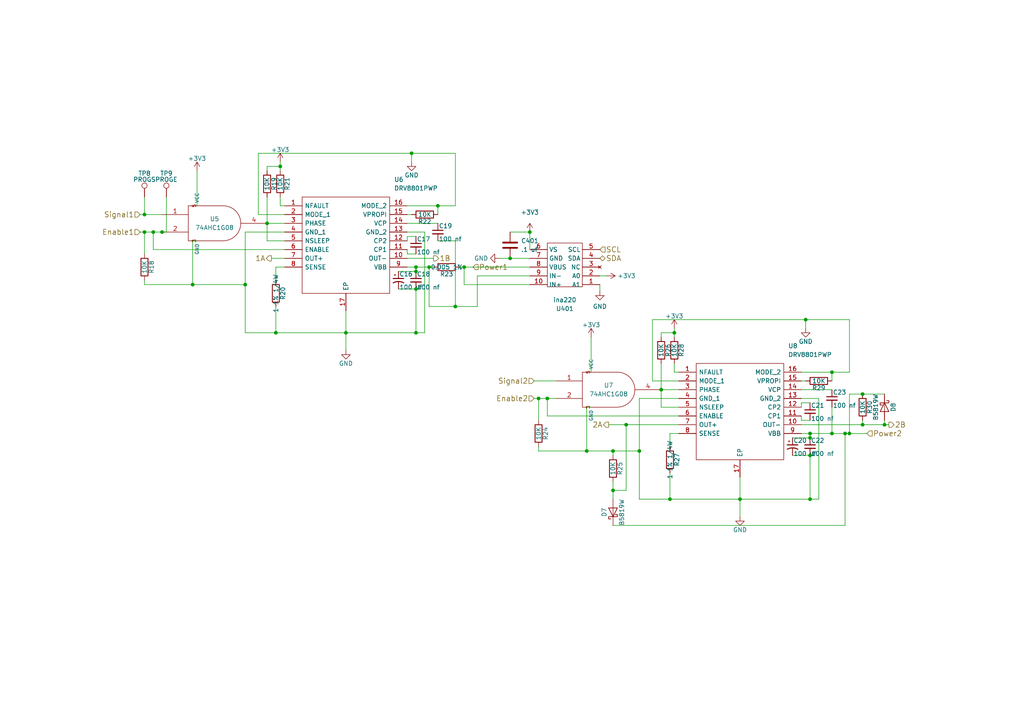
<source format=kicad_sch>
(kicad_sch (version 20211123) (generator eeschema)
  (paper "A4")
  (title_block (title "Pocket Beagle DCC Command Station (SMD version)") (date "2021-04-09") (rev "A") (company "Deepwoods Software") (comment 1 "Prog and OpenLCB DCC drivers"))
  (lib_symbols
    (symbol "74ahc1g08:74AHC1G08" (pin_names (offset 0.762))
      (property "Reference" "U" (at 0 1.27 0))
      (property "Value" "74AHC1G08" (at 0 -1.27 0))
      (symbol "74AHC1G08_0_0"
        (pin power_in line (at -5.08 -5.08 270) (length 0) (name "GND") (number "3"))
        (pin power_in line (at -5.08 5.08 90) (length 0) (name "VCC") (number "5"))
      )
      (symbol "74AHC1G08_0_1"
        (polyline (pts (xy 2.54 5.08) (xy -7.62 5.08) (xy -7.62 -5.08) (xy 2.54 -5.08)))
        (arc (start 2.5654 -5.0546) (mid 7.5947 0.0001) (end 2.5654 5.08))
      )
      (symbol "74AHC1G08_0_2"
        (arc (start -7.62 -5.0292) (mid -5.3094 0.0082) (end -7.62 5.0546))
        (arc (start 0 -5.0546) (mid 4.5632 -3.6449) (end 7.5946 0.0508))
        (polyline (pts (xy -7.62 -5.08) (xy 0 -5.08)))
        (polyline (pts (xy -7.62 5.08) (xy 0 5.08)))
        (arc (start 7.62 0) (mid 4.6132 3.6946) (end 0.0508 5.08))
      )
      (symbol "74AHC1G08_1_1"
        (pin input line (at -15.24 2.54 0) (length 7.62) (name "~") (number "1"))
        (pin input line (at -15.24 -2.54 0) (length 7.62) (name "~") (number "2"))
        (pin output line (at 15.24 0 180) (length 7.62) (name "~") (number "4"))
      )
      (symbol "74AHC1G08_1_2"
        (pin input inverted (at -15.24 2.54 0) (length 9.398) (name "~") (number "1"))
        (pin input inverted (at -15.24 -2.54 0) (length 9.398) (name "~") (number "2"))
        (pin output inverted (at 15.24 0 180) (length 7.62) (name "~") (number "3"))
      )
    )
    (symbol "DRV8801PWP:DRV8801PWP" (pin_names (offset 0.762))
      (property "Reference" "IC" (at 31.75 7.62 0))
      (property "Value" "DRV8801PWP" (at 31.75 5.08 0))
      (symbol "DRV8801PWP_0_0"
        (pin passive line (at 0 0 0) (length 5.08) (name "NFAULT") (number "1"))
        (pin passive line (at 35.56 -15.24 180) (length 5.08) (name "OUT-") (number "10"))
        (pin passive line (at 35.56 -12.7 180) (length 5.08) (name "CP1") (number "11"))
        (pin passive line (at 35.56 -10.16 180) (length 5.08) (name "CP2") (number "12"))
        (pin passive line (at 35.56 -7.62 180) (length 5.08) (name "GND_2") (number "13"))
        (pin passive line (at 35.56 -5.08 180) (length 5.08) (name "VCP") (number "14"))
        (pin passive line (at 35.56 -2.54 180) (length 5.08) (name "VPROPI") (number "15"))
        (pin passive line (at 35.56 0 180) (length 5.08) (name "MODE_2") (number "16"))
        (pin passive line (at 17.78 -30.48 90) (length 5.08) (name "EP") (number "17"))
        (pin passive line (at 0 -2.54 0) (length 5.08) (name "MODE_1") (number "2"))
        (pin passive line (at 0 -5.08 0) (length 5.08) (name "PHASE") (number "3"))
        (pin passive line (at 0 -7.62 0) (length 5.08) (name "GND_1") (number "4"))
        (pin passive line (at 0 -10.16 0) (length 5.08) (name "NSLEEP") (number "5"))
        (pin passive line (at 0 -12.7 0) (length 5.08) (name "ENABLE") (number "6"))
        (pin passive line (at 0 -15.24 0) (length 5.08) (name "OUT+") (number "7"))
        (pin passive line (at 0 -17.78 0) (length 5.08) (name "SENSE") (number "8"))
        (pin passive line (at 35.56 -17.78 180) (length 5.08) (name "VBB") (number "9"))
      )
      (symbol "DRV8801PWP_0_1"
        (polyline (pts (xy 5.08 2.54) (xy 30.48 2.54) (xy 30.48 -25.4) (xy 5.08 -25.4) (xy 5.08 2.54)) (stroke (width 0.1524)))
      )
    )
    (symbol "Device:C" (pin_numbers hide) (pin_names (offset 0.254))
      (property "Reference" "C" (at 0.635 2.54 0))
      (property "Value" "C" (at 0.635 -2.54 0))
      (symbol "C_0_1"
        (polyline (pts (xy -2.032 -0.762) (xy 2.032 -0.762)) (stroke (width 0.508)))
        (polyline (pts (xy -2.032 0.762) (xy 2.032 0.762)) (stroke (width 0.508)))
      )
      (symbol "C_1_1"
        (pin passive line (at 0 3.81 270) (length 2.794) (name "~") (number "1"))
        (pin passive line (at 0 -3.81 90) (length 2.794) (name "~") (number "2"))
      )
    )
    (symbol "PocketBeagleCommandStation_SMD-rescue:+3.3V" (power) (pin_names (offset 0))
      (property "Value" "+3.3V" (at 0 3.556 0))
      (symbol "+3.3V_0_1"
        (polyline (pts (xy -0.762 1.27) (xy 0 2.54)))
        (polyline (pts (xy 0 0) (xy 0 2.54)))
        (polyline (pts (xy 0 2.54) (xy 0.762 1.27)))
      )
      (symbol "+3.3V_1_1"
        (pin power_in line (at 0 0 90) (length 0) hide (name "+3V3") (number "1"))
      )
    )
    (symbol "PocketBeagleCommandStation_SMD-rescue:CP1_Small" (pin_numbers hide) (pin_names (offset 0.254) hide)
      (property "Reference" "C" (at 0.254 1.778 0))
      (property "Value" "CP1_Small" (at 0.254 -2.032 0))
      (symbol "CP1_Small_0_1"
        (polyline (pts (xy -1.524 0.508) (xy 1.524 0.508)) (stroke (width 0.3048)))
        (polyline (pts (xy -1.27 1.524) (xy -0.762 1.524)))
        (polyline (pts (xy -1.016 1.27) (xy -1.016 1.778)))
        (arc (start 1.524 -0.762) (mid 0 -0.3734) (end -1.524 -0.762) (stroke (width 0.3048)))
      )
      (symbol "CP1_Small_1_1"
        (pin passive line (at 0 2.54 270) (length 2.032) (name "~") (number "1"))
        (pin passive line (at 0 -2.54 90) (length 2.032) (name "~") (number "2"))
      )
    )
    (symbol "PocketBeagleCommandStation_SMD-rescue:C_Small" (pin_numbers hide) (pin_names (offset 0.254) hide)
      (property "Reference" "C" (at 0.254 1.778 0))
      (property "Value" "C_Small" (at 0.254 -2.032 0))
      (symbol "C_Small_0_1"
        (polyline (pts (xy -1.524 -0.508) (xy 1.524 -0.508)) (stroke (width 0.3302)))
        (polyline (pts (xy -1.524 0.508) (xy 1.524 0.508)) (stroke (width 0.3048)))
      )
      (symbol "C_Small_1_1"
        (pin passive line (at 0 2.54 270) (length 2.032) (name "~") (number "1"))
        (pin passive line (at 0 -2.54 90) (length 2.032) (name "~") (number "2"))
      )
    )
    (symbol "PocketBeagleCommandStation_SMD-rescue:D_Schottky" (pin_numbers hide) (pin_names (offset 1.016) hide)
      (property "Reference" "D" (at 0 2.54 0))
      (property "Value" "D_Schottky" (at 0 -2.54 0))
      (symbol "D_Schottky_0_1"
        (polyline (pts (xy 1.27 0) (xy -1.27 0)))
        (polyline (pts (xy 1.27 1.27) (xy 1.27 -1.27) (xy -1.27 0) (xy 1.27 1.27)) (stroke (width 0.2032)))
        (polyline (pts (xy -1.905 0.635) (xy -1.905 1.27) (xy -1.27 1.27) (xy -1.27 -1.27) (xy -0.635 -1.27) (xy -0.635 -0.635)) (stroke (width 0.2032)))
      )
      (symbol "D_Schottky_1_1"
        (pin passive line (at -3.81 0 0) (length 2.54) (name "K") (number "1"))
        (pin passive line (at 3.81 0 180) (length 2.54) (name "A") (number "2"))
      )
    )
    (symbol "PocketBeagleCommandStation_SMD-rescue:GND" (power) (pin_names (offset 0))
      (property "Value" "GND" (at 0 -3.81 0))
      (symbol "GND_0_1"
        (polyline (pts (xy 0 0) (xy 0 -1.27) (xy 1.27 -1.27) (xy 0 -2.54) (xy -1.27 -1.27) (xy 0 -1.27)))
      )
      (symbol "GND_1_1"
        (pin power_in line (at 0 0 270) (length 0) hide (name "GND") (number "1"))
      )
    )
    (symbol "PocketBeagleCommandStation_SMD-rescue:R" (pin_numbers hide) (pin_names (offset 0))
      (property "Reference" "R" (at 2.032 0 90))
      (property "Value" "R" (at 0 0 90))
      (symbol "R_0_1"
        (rectangle (start -1.016 -2.54) (end 1.016 2.54) (stroke (width 0.254)))
      )
      (symbol "R_1_1"
        (pin passive line (at 0 3.81 270) (length 1.27) (name "~") (number "1"))
        (pin passive line (at 0 -3.81 90) (length 1.27) (name "~") (number "2"))
      )
    )
    (symbol "PocketBeagleCommandStation_SMD-rescue:TEST_1P" (pin_numbers hide) (pin_names (offset 0.762) hide)
      (property "Reference" "J" (at 0 6.858 0))
      (property "Value" "TEST_1P" (at 0 5.08 0))
      (symbol "TEST_1P_0_1"
        (circle (center 0 3.302) (radius 0.762))
      )
      (symbol "TEST_1P_1_1"
        (pin passive line (at 0 0 90) (length 2.54) (name "1") (number "1"))
      )
    )
    (symbol "ina220:ina220"
      (property "Reference" "U?" (at 0 12.065 0))
      (property "Value" "ina220" (at 0 9.525 0))
      (symbol "ina220_0_1"
        (rectangle (start -5.08 5.715) (end 5.08 -6.985))
      )
      (symbol "ina220_1_1"
        (pin input line (at -10.16 5.08 0) (length 5.08) (name "A1") (number "1"))
        (pin input line (at 10.16 5.08 180) (length 5.08) (name "IN+") (number "10"))
        (pin input line (at -10.16 2.54 0) (length 5.08) (name "A0") (number "2"))
        (pin no_connect line (at -10.16 0 0) (length 5.08) (name "NC") (number "3"))
        (pin bidirectional line (at -10.16 -2.54 0) (length 5.08) (name "SDA") (number "4"))
        (pin input line (at -10.16 -5.08 0) (length 5.08) (name "SCL") (number "5"))
        (pin power_in line (at 10.16 -5.08 180) (length 5.08) (name "VS") (number "6"))
        (pin power_in line (at 10.16 -2.54 180) (length 5.08) (name "GND") (number "7"))
        (pin input line (at 10.16 0 180) (length 5.08) (name "VBUS") (number "8"))
        (pin input line (at 10.16 2.54 180) (length 5.08) (name "IN-") (number "9"))
      )
    )
    (symbol "power:+3V3" (power) (pin_names (offset 0))
      (property "Value" "+3V3" (at 0 3.556 0))
      (symbol "+3V3_0_1"
        (polyline (pts (xy -0.762 1.27) (xy 0 2.54)))
        (polyline (pts (xy 0 0) (xy 0 2.54)))
        (polyline (pts (xy 0 2.54) (xy 0.762 1.27)))
      )
      (symbol "+3V3_1_1"
        (pin power_in line (at 0 0 90) (length 0) hide (name "+3V3") (number "1"))
      )
    )
  )
  (junction (at 41.91 62.23))
  (junction (at 132.08 88.9))
  (junction (at 256.54 123.19))
  (junction (at 234.95 132.08))
  (junction (at 234.95 127))
  (junction (at 80.01 96.52))
  (junction (at 234.95 144.78))
  (junction (at 71.12 82.55))
  (junction (at 41.91 67.31))
  (junction (at 153.67 67.31))
  (junction (at 177.8 142.24))
  (junction (at 127 59.69))
  (junction (at 245.11 125.73))
  (junction (at 120.65 96.52))
  (junction (at 185.42 130.81))
  (junction (at 241.3 125.73))
  (junction (at 158.75 115.57))
  (junction (at 81.28 48.26))
  (junction (at 44.45 67.31))
  (junction (at 120.65 83.82))
  (junction (at 191.77 113.03))
  (junction (at 241.3 107.95))
  (junction (at 120.65 77.47))
  (junction (at 234.95 125.73))
  (junction (at 124.46 77.47))
  (junction (at 134.62 77.47))
  (junction (at 233.68 92.71))
  (junction (at 147.955 74.93))
  (junction (at 246.38 125.73))
  (junction (at 195.58 96.52))
  (junction (at 46.99 67.31))
  (junction (at 119.38 44.45))
  (junction (at 250.19 114.3))
  (junction (at 100.33 96.52))
  (junction (at 181.61 123.19))
  (junction (at 156.21 115.57))
  (junction (at 170.18 130.81))
  (junction (at 120.65 78.74))
  (junction (at 250.19 123.19))
  (junction (at 214.63 144.78))
  (junction (at 177.8 130.81))
  (junction (at 194.31 144.78))
  (junction (at 77.47 64.77))
  (junction (at 55.88 82.55))
  (wire (pts (xy 46.99 67.31) (xy 48.26 67.31)))
  (wire (pts (xy 177.8 152.4) (xy 245.11 152.4)))
  (wire (pts (xy 176.53 123.19) (xy 181.61 123.19)))
  (wire (pts (xy 118.11 62.23) (xy 119.38 62.23)))
  (wire (pts (xy 138.43 80.01) (xy 153.67 80.01)))
  (wire (pts (xy 181.61 142.24) (xy 177.8 142.24)))
  (wire (pts (xy 170.18 118.11) (xy 170.18 130.81)))
  (wire (pts (xy 71.12 67.31) (xy 71.12 82.55)))
  (wire (pts (xy 241.3 110.49) (xy 241.3 107.95)))
  (wire (pts (xy 77.47 48.26) (xy 81.28 48.26)))
  (wire (pts (xy 57.15 49.53) (xy 57.15 59.69)))
  (wire (pts (xy 191.77 113.03) (xy 196.85 113.03)))
  (wire (pts (xy 185.42 144.78) (xy 194.31 144.78)))
  (wire (pts (xy 177.8 142.24) (xy 177.8 144.78)))
  (wire (pts (xy 115.57 83.82) (xy 120.65 83.82)))
  (wire (pts (xy 171.45 118.11) (xy 170.18 118.11)))
  (wire (pts (xy 78.74 74.93) (xy 82.55 74.93)))
  (wire (pts (xy 233.68 95.25) (xy 233.68 92.71)))
  (wire (pts (xy 156.21 115.57) (xy 158.75 115.57)))
  (wire (pts (xy 44.45 72.39) (xy 44.45 67.31)))
  (wire (pts (xy 256.54 121.92) (xy 256.54 123.19)))
  (wire (pts (xy 100.33 96.52) (xy 120.65 96.52)))
  (wire (pts (xy 100.33 90.17) (xy 100.33 96.52)))
  (wire (pts (xy 246.38 125.73) (xy 246.38 114.3)))
  (wire (pts (xy 118.11 77.47) (xy 120.65 77.47)))
  (wire (pts (xy 118.11 72.39) (xy 118.11 73.66)))
  (wire (pts (xy 195.58 107.95) (xy 196.85 107.95)))
  (wire (pts (xy 232.41 110.49) (xy 233.68 110.49)))
  (wire (pts (xy 127 59.69) (xy 118.11 59.69)))
  (wire (pts (xy 132.08 59.69) (xy 127 59.69)))
  (wire (pts (xy 80.01 77.47) (xy 82.55 77.47)))
  (wire (pts (xy 120.65 96.52) (xy 123.19 96.52)))
  (wire (pts (xy 55.88 82.55) (xy 71.12 82.55)))
  (wire (pts (xy 246.38 92.71) (xy 246.38 107.95)))
  (wire (pts (xy 246.38 125.73) (xy 251.46 125.73)))
  (wire (pts (xy 195.58 95.25) (xy 195.58 96.52)))
  (wire (pts (xy 173.99 82.55) (xy 173.99 84.455)))
  (wire (pts (xy 250.19 123.19) (xy 232.41 123.19)))
  (wire (pts (xy 177.8 132.08) (xy 177.8 130.81)))
  (wire (pts (xy 214.63 144.78) (xy 234.95 144.78)))
  (wire (pts (xy 170.18 130.81) (xy 177.8 130.81)))
  (wire (pts (xy 232.41 120.65) (xy 232.41 121.92)))
  (wire (pts (xy 191.77 105.41) (xy 191.77 113.03)))
  (wire (pts (xy 41.91 57.15) (xy 41.91 62.23)))
  (wire (pts (xy 123.19 96.52) (xy 123.19 67.31)))
  (wire (pts (xy 82.55 62.23) (xy 74.93 62.23)))
  (wire (pts (xy 158.75 120.65) (xy 158.75 115.57)))
  (wire (pts (xy 229.87 132.08) (xy 234.95 132.08)))
  (wire (pts (xy 156.21 130.81) (xy 170.18 130.81)))
  (wire (pts (xy 195.58 105.41) (xy 195.58 107.95)))
  (wire (pts (xy 74.93 44.45) (xy 119.38 44.45)))
  (wire (pts (xy 154.94 115.57) (xy 156.21 115.57)))
  (wire (pts (xy 189.23 110.49) (xy 189.23 92.71)))
  (wire (pts (xy 144.78 74.93) (xy 147.955 74.93)))
  (wire (pts (xy 44.45 67.31) (xy 46.99 67.31)))
  (wire (pts (xy 245.11 125.73) (xy 246.38 125.73)))
  (wire (pts (xy 241.3 118.11) (xy 241.3 125.73)))
  (wire (pts (xy 46.99 62.23) (xy 41.91 62.23)))
  (wire (pts (xy 185.42 130.81) (xy 185.42 144.78)))
  (wire (pts (xy 177.8 130.81) (xy 185.42 130.81)))
  (wire (pts (xy 232.41 125.73) (xy 234.95 125.73)))
  (wire (pts (xy 250.19 121.92) (xy 250.19 123.19)))
  (wire (pts (xy 77.47 49.53) (xy 77.47 48.26)))
  (wire (pts (xy 191.77 118.11) (xy 196.85 118.11)))
  (wire (pts (xy 133.35 77.47) (xy 134.62 77.47)))
  (wire (pts (xy 41.91 82.55) (xy 55.88 82.55)))
  (wire (pts (xy 229.87 127) (xy 234.95 127)))
  (wire (pts (xy 241.3 125.73) (xy 245.11 125.73)))
  (wire (pts (xy 40.64 67.31) (xy 41.91 67.31)))
  (wire (pts (xy 41.91 67.31) (xy 44.45 67.31)))
  (wire (pts (xy 191.77 96.52) (xy 195.58 96.52)))
  (wire (pts (xy 196.85 120.65) (xy 158.75 120.65)))
  (wire (pts (xy 57.15 69.85) (xy 55.88 69.85)))
  (wire (pts (xy 246.38 107.95) (xy 241.3 107.95)))
  (wire (pts (xy 156.21 121.92) (xy 156.21 115.57)))
  (wire (pts (xy 134.62 82.55) (xy 134.62 77.47)))
  (wire (pts (xy 125.73 74.93) (xy 118.11 74.93)))
  (wire (pts (xy 77.47 57.15) (xy 77.47 64.77)))
  (wire (pts (xy 120.65 77.47) (xy 124.46 77.47)))
  (wire (pts (xy 100.33 96.52) (xy 100.33 101.6)))
  (wire (pts (xy 195.58 96.52) (xy 195.58 97.79)))
  (wire (pts (xy 234.95 125.73) (xy 241.3 125.73)))
  (wire (pts (xy 194.31 125.73) (xy 196.85 125.73)))
  (wire (pts (xy 194.31 129.54) (xy 194.31 125.73)))
  (wire (pts (xy 77.47 64.77) (xy 82.55 64.77)))
  (wire (pts (xy 82.55 72.39) (xy 44.45 72.39)))
  (wire (pts (xy 115.57 78.74) (xy 120.65 78.74)))
  (wire (pts (xy 77.47 64.77) (xy 77.47 69.85)))
  (wire (pts (xy 241.3 107.95) (xy 232.41 107.95)))
  (wire (pts (xy 41.91 82.55) (xy 41.91 81.28)))
  (wire (pts (xy 120.65 78.74) (xy 120.65 77.47)))
  (wire (pts (xy 132.08 44.45) (xy 132.08 59.69)))
  (wire (pts (xy 171.45 97.79) (xy 171.45 107.95)))
  (wire (pts (xy 123.19 67.31) (xy 118.11 67.31)))
  (wire (pts (xy 77.47 69.85) (xy 82.55 69.85)))
  (wire (pts (xy 241.3 113.03) (xy 232.41 113.03)))
  (wire (pts (xy 74.93 62.23) (xy 74.93 44.45)))
  (wire (pts (xy 257.81 123.19) (xy 256.54 123.19)))
  (wire (pts (xy 250.19 114.3) (xy 256.54 114.3)))
  (wire (pts (xy 132.08 88.9) (xy 138.43 88.9)))
  (wire (pts (xy 119.38 46.99) (xy 119.38 44.45)))
  (wire (pts (xy 196.85 110.49) (xy 189.23 110.49)))
  (wire (pts (xy 173.99 80.01) (xy 175.895 80.01)))
  (wire (pts (xy 80.01 88.9) (xy 80.01 96.52)))
  (wire (pts (xy 138.43 80.01) (xy 138.43 88.9)))
  (wire (pts (xy 134.62 77.47) (xy 153.67 77.47)))
  (wire (pts (xy 245.11 152.4) (xy 245.11 125.73)))
  (wire (pts (xy 234.95 144.78) (xy 237.49 144.78)))
  (wire (pts (xy 189.23 92.71) (xy 233.68 92.71)))
  (wire (pts (xy 234.95 127) (xy 234.95 125.73)))
  (wire (pts (xy 118.11 69.85) (xy 118.11 68.58)))
  (wire (pts (xy 232.41 116.84) (xy 234.95 116.84)))
  (wire (pts (xy 158.75 115.57) (xy 161.29 115.57)))
  (wire (pts (xy 124.46 77.47) (xy 124.46 88.9)))
  (wire (pts (xy 161.29 110.49) (xy 154.94 110.49)))
  (wire (pts (xy 196.85 115.57) (xy 185.42 115.57)))
  (wire (pts (xy 232.41 121.92) (xy 234.95 121.92)))
  (wire (pts (xy 147.955 67.31) (xy 153.67 67.31)))
  (wire (pts (xy 127 64.77) (xy 118.11 64.77)))
  (wire (pts (xy 153.67 72.39) (xy 153.67 67.31)))
  (wire (pts (xy 147.955 74.93) (xy 153.67 74.93)))
  (wire (pts (xy 80.01 81.28) (xy 80.01 77.47)))
  (wire (pts (xy 81.28 59.69) (xy 82.55 59.69)))
  (wire (pts (xy 80.01 96.52) (xy 100.33 96.52)))
  (wire (pts (xy 55.88 69.85) (xy 55.88 82.55)))
  (wire (pts (xy 71.12 82.55) (xy 71.12 96.52)))
  (wire (pts (xy 134.62 82.55) (xy 153.67 82.55)))
  (wire (pts (xy 81.28 46.99) (xy 81.28 48.26)))
  (wire (pts (xy 41.91 73.66) (xy 41.91 67.31)))
  (wire (pts (xy 119.38 44.45) (xy 132.08 44.45)))
  (wire (pts (xy 194.31 137.16) (xy 194.31 144.78)))
  (wire (pts (xy 233.68 92.71) (xy 246.38 92.71)))
  (wire (pts (xy 191.77 97.79) (xy 191.77 96.52)))
  (wire (pts (xy 82.55 67.31) (xy 71.12 67.31)))
  (wire (pts (xy 71.12 96.52) (xy 80.01 96.52)))
  (wire (pts (xy 177.8 139.7) (xy 177.8 142.24)))
  (wire (pts (xy 232.41 118.11) (xy 232.41 116.84)))
  (wire (pts (xy 48.26 67.31) (xy 48.26 57.15)))
  (wire (pts (xy 124.46 88.9) (xy 132.08 88.9)))
  (wire (pts (xy 127 62.23) (xy 127 59.69)))
  (wire (pts (xy 194.31 144.78) (xy 214.63 144.78)))
  (wire (pts (xy 185.42 115.57) (xy 185.42 130.81)))
  (wire (pts (xy 156.21 129.54) (xy 156.21 130.81)))
  (wire (pts (xy 181.61 123.19) (xy 181.61 142.24)))
  (wire (pts (xy 118.11 68.58) (xy 120.65 68.58)))
  (wire (pts (xy 127 69.85) (xy 132.08 69.85)))
  (wire (pts (xy 191.77 113.03) (xy 191.77 118.11)))
  (wire (pts (xy 132.08 69.85) (xy 132.08 88.9)))
  (wire (pts (xy 41.91 62.23) (xy 40.64 62.23)))
  (wire (pts (xy 214.63 138.43) (xy 214.63 144.78)))
  (wire (pts (xy 256.54 123.19) (xy 250.19 123.19)))
  (wire (pts (xy 246.38 114.3) (xy 250.19 114.3)))
  (wire (pts (xy 214.63 144.78) (xy 214.63 149.86)))
  (wire (pts (xy 234.95 132.08) (xy 234.95 144.78)))
  (wire (pts (xy 120.65 83.82) (xy 120.65 96.52)))
  (wire (pts (xy 118.11 73.66) (xy 120.65 73.66)))
  (wire (pts (xy 237.49 115.57) (xy 232.41 115.57)))
  (wire (pts (xy 81.28 57.15) (xy 81.28 59.69)))
  (wire (pts (xy 81.28 48.26) (xy 81.28 49.53)))
  (wire (pts (xy 237.49 144.78) (xy 237.49 115.57)))
  (wire (pts (xy 181.61 123.19) (xy 196.85 123.19)))
  (wire (pts (xy 124.46 77.47) (xy 125.73 77.47)))
  (hierarchical_label "2B" (shape output) (at 257.81 123.19 0) (effects (font (size 1.524 1.524))))
  (hierarchical_label "Enable2" (shape input) (at 154.94 115.57 180) (effects (font (size 1.524 1.524))))
  (hierarchical_label "Power1" (shape input) (at 137.16 77.47 0) (effects (font (size 1.524 1.524))))
  (hierarchical_label "SCL" (shape input) (at 173.99 72.39 0) (effects (font (size 1.524 1.524))))
  (hierarchical_label "SDA" (shape bidirectional) (at 173.99 74.93 0) (effects (font (size 1.524 1.524))))
  (hierarchical_label "Signal1" (shape input) (at 40.64 62.23 180) (effects (font (size 1.524 1.524))))
  (hierarchical_label "1A" (shape output) (at 78.74 74.93 180) (effects (font (size 1.524 1.524))))
  (hierarchical_label "Signal2" (shape input) (at 154.94 110.49 180) (effects (font (size 1.524 1.524))))
  (hierarchical_label "1B" (shape output) (at 125.73 74.93 0) (effects (font (size 1.524 1.524))))
  (hierarchical_label "2A" (shape output) (at 176.53 123.19 180) (effects (font (size 1.524 1.524))))
  (hierarchical_label "Enable1" (shape input) (at 40.64 67.31 180) (effects (font (size 1.524 1.524))))
  (hierarchical_label "Power2" (shape input) (at 251.46 125.73 0) (effects (font (size 1.524 1.524))))
  (symbol (lib_id "DRV8801PWP:DRV8801PWP") (at 82.55 59.69 0) (unit 1)
    (property "Reference" "U6" (at 114.3 52.07 0) (effects (justify left)))
    (property "Value" "DRV8801PWP" (at 114.3 54.61 0) (effects (justify left)))
    (property "Footprint" "SOP65P640X120:SOP65P640X120-17N" (effects hide))
    (property "Datasheet" "https://www.ti.com/lit/gpn/DRV8801" (effects hide))
    (property "Description" "Motor / Motion / Ignition Controllers & Drivers Full Bridge Motor Drvr" (effects hide))
    (property "Height" "1.2" (effects hide))
    (property "Mouser Part Number" "595-DRV8801PWP" (effects hide))
    (property "Mouser Price/Stock" "https://www.mouser.co.uk/ProductDetail/Texas-Instruments/DRV8801PWP?qs=IK5e5L0zOXgGek5L7Qn3rg%3D%3D" (effects hide))
    (property "Manufacturer_Name" "Texas Instruments" (effects hide))
    (property "Manufacturer_Part_Number" "DRV8801PWP" (effects hide))
    (property "LCSC" "C41146" (effects hide))
    (property "MPN" "Texas Instruments DRV8801PWPR" (effects hide))
  )
  (symbol (lib_id "74ahc1g08:74AHC1G08") (at 62.23 64.77 0) (unit 1)
    (property "Reference" "U5" (at 62.23 63.5 0))
    (property "Value" "74AHC1G08" (at 62.23 66.04 0))
    (property "Footprint" "TO_SOT_Packages_SMD:SOT-353_SC-70-5" (effects hide))
    (property "Mouser Part Number" "595-SN74AHC1G08DCRE4" (effects hide))
    (property "LCSC" "C4472362" (effects hide))
    (property "MPN" "Texas Instruments SN74AHC1G08DCKRE4" (effects hide))
  )
  (symbol (lib_id "PocketBeagleCommandStation_SMD-rescue:R") (at 129.54 77.47 270) (unit 1)
    (property "Reference" "R23" (at 129.54 79.502 90))
    (property "Value" "0.005 1%" (at 129.54 77.47 90))
    (property "Footprint" "Resistors_SMD:R_0612" (effects hide))
    (property "Mouser Part Number" "71-WSKW0612L5000FEA" (effects hide))
    (property "LCSC" "C1517435" (effects hide))
    (property "MPN" "Vishay Intertech WSKW0612L5000FEA" (effects hide))
  )
  (symbol (lib_id "PocketBeagleCommandStation_SMD-rescue:GND") (at 100.33 101.6 0) (unit 1)
    (property "Reference" "#PWR047" (effects hide))
    (property "Value" "GND" (at 100.33 105.41 0))
  )
  (symbol (lib_id "PocketBeagleCommandStation_SMD-rescue:+3.3V") (at 57.15 49.53 0) (unit 1)
    (property "Reference" "#PWR048" (effects hide))
    (property "Value" "+3.3V" (at 57.15 45.974 0))
  )
  (symbol (lib_id "PocketBeagleCommandStation_SMD-rescue:C_Small") (at 120.65 71.12 0) (unit 1)
    (property "Reference" "C17" (at 120.904 69.342 0) (effects (justify left)))
    (property "Value" "100 nf" (at 120.904 73.152 0) (effects (justify left)))
    (property "Footprint" "Capacitors_SMD:C_0603" (effects hide))
    (property "Mouser Part Number" "603-CC603KPX7R9BB104" (effects hide))
    (property "LCSC" "C115050" (effects hide))
    (property "MPN" "YAGEO CC0603KPX7R9BB104" (effects hide))
  )
  (symbol (lib_id "PocketBeagleCommandStation_SMD-rescue:GND") (at 119.38 46.99 0) (unit 1)
    (property "Reference" "#PWR049" (effects hide))
    (property "Value" "GND" (at 119.38 50.8 0))
  )
  (symbol (lib_id "PocketBeagleCommandStation_SMD-rescue:R") (at 81.28 53.34 0) (unit 1)
    (property "Reference" "R21" (at 83.312 53.34 90))
    (property "Value" "10K" (at 81.28 53.34 90))
    (property "Footprint" "Resistors_SMD:R_0603" (effects hide))
    (property "Mouser Part Number" "279-CRGCQ0603F10K" (effects hide))
    (property "LCSC" "C4210728" (effects hide))
    (property "MPN" "TE Connectivity CRGCQ0603F10K" (effects hide))
  )
  (symbol (lib_id "PocketBeagleCommandStation_SMD-rescue:+3.3V") (at 81.28 46.99 0) (unit 1)
    (property "Reference" "#PWR050" (effects hide))
    (property "Value" "+3.3V" (at 81.28 43.434 0))
  )
  (symbol (lib_id "PocketBeagleCommandStation_SMD-rescue:R") (at 123.19 62.23 270) (unit 1)
    (property "Reference" "R22" (at 123.19 64.262 90))
    (property "Value" "10K" (at 123.19 62.23 90))
    (property "Footprint" "Resistors_SMD:R_0603" (effects hide))
    (property "Mouser Part Number" "279-CRGCQ0603F10K" (effects hide))
    (property "LCSC" "C4210728" (effects hide))
    (property "MPN" "TE Connectivity CRGCQ0603F10K" (effects hide))
  )
  (symbol (lib_id "PocketBeagleCommandStation_SMD-rescue:R") (at 41.91 77.47 0) (unit 1)
    (property "Reference" "R18" (at 43.942 77.47 90))
    (property "Value" "10K" (at 41.91 77.47 90))
    (property "Footprint" "Resistors_SMD:R_0603" (effects hide))
    (property "Mouser Part Number" "279-CRGCQ0603F10K" (effects hide))
    (property "LCSC" "C4210728" (effects hide))
    (property "MPN" "TE Connectivity CRGCQ0603F10K" (effects hide))
  )
  (symbol (lib_id "PocketBeagleCommandStation_SMD-rescue:R") (at 80.01 85.09 0) (unit 1)
    (property "Reference" "R20" (at 82.042 85.09 90))
    (property "Value" "1 1% 1/4W" (at 80.01 85.09 90))
    (property "Footprint" "Resistors_SMD:R_1206" (effects hide))
    (property "Mouser Part Number" "71-CRCW1206-1-E3" (effects hide))
    (property "LCSC" "C4287350" (effects hide))
    (property "MPN" "Vishay Intertech CRCW12061R00FKTC" (effects hide))
  )
  (symbol (lib_id "PocketBeagleCommandStation_SMD-rescue:R") (at 77.47 53.34 0) (unit 1)
    (property "Reference" "R19" (at 79.502 53.34 90))
    (property "Value" "10K" (at 77.47 53.34 90))
    (property "Footprint" "Resistors_SMD:R_0603" (effects hide))
    (property "Mouser Part Number" "279-CRGCQ0603F10K" (effects hide))
    (property "LCSC" "C4210728" (effects hide))
    (property "MPN" "TE Connectivity CRGCQ0603F10K" (effects hide))
  )
  (symbol (lib_id "PocketBeagleCommandStation_SMD-rescue:C_Small") (at 127 67.31 0) (unit 1)
    (property "Reference" "C19" (at 127.254 65.532 0) (effects (justify left)))
    (property "Value" "100 nf" (at 127.254 69.342 0) (effects (justify left)))
    (property "Footprint" "Capacitors_SMD:C_0603" (effects hide))
    (property "Mouser Part Number" "603-CC603KPX7R9BB104" (effects hide))
    (property "LCSC" "C115050" (effects hide))
    (property "MPN" "YAGEO CC0603KPX7R9BB104" (effects hide))
  )
  (symbol (lib_id "PocketBeagleCommandStation_SMD-rescue:C_Small") (at 120.65 81.28 0) (unit 1)
    (property "Reference" "C18" (at 120.904 79.502 0) (effects (justify left)))
    (property "Value" "100 nf" (at 120.904 83.312 0) (effects (justify left)))
    (property "Footprint" "Capacitors_SMD:C_0603" (effects hide))
    (property "Mouser Part Number" "603-CC603KPX7R9BB104" (effects hide))
    (property "LCSC" "C115050" (effects hide))
    (property "MPN" "YAGEO CC0603KPX7R9BB104" (effects hide))
  )
  (symbol (lib_id "PocketBeagleCommandStation_SMD-rescue:CP1_Small") (at 115.57 81.28 0) (unit 1)
    (property "Reference" "C16" (at 115.824 79.502 0) (effects (justify left)))
    (property "Value" "100 uf" (at 115.824 83.312 0) (effects (justify left)))
    (property "Footprint" "Capacitors_SMD:CP_Elec_6.3x7.7" (effects hide))
    (property "Mouser Part Number" "710-865080545012" (effects hide))
    (property "LCSC" "C1882467" (effects hide))
    (property "MPN" "KEMET EDK107M035S9HAA" (effects hide))
  )
  (symbol (lib_id "DRV8801PWP:DRV8801PWP") (at 196.85 107.95 0) (unit 1)
    (property "Reference" "U8" (at 228.6 100.33 0) (effects (justify left)))
    (property "Value" "DRV8801PWP" (at 228.6 102.87 0) (effects (justify left)))
    (property "Footprint" "SOP65P640X120:SOP65P640X120-17N" (effects hide))
    (property "Datasheet" "https://www.ti.com/lit/gpn/DRV8801" (effects hide))
    (property "Description" "Motor / Motion / Ignition Controllers & Drivers Full Bridge Motor Drvr" (effects hide))
    (property "Height" "1.2" (effects hide))
    (property "Mouser Part Number" "595-DRV8801PWP" (effects hide))
    (property "Mouser Price/Stock" "https://www.mouser.co.uk/ProductDetail/Texas-Instruments/DRV8801PWP?qs=IK5e5L0zOXgGek5L7Qn3rg%3D%3D" (effects hide))
    (property "Manufacturer_Name" "Texas Instruments" (effects hide))
    (property "Manufacturer_Part_Number" "DRV8801PWP" (effects hide))
    (property "LCSC" "C41146" (effects hide))
    (property "MPN" "Texas Instruments DRV8801PWPR" (effects hide))
  )
  (symbol (lib_id "74ahc1g08:74AHC1G08") (at 176.53 113.03 0) (unit 1)
    (property "Reference" "U7" (at 176.53 111.76 0))
    (property "Value" "74AHC1G08" (at 176.53 114.3 0))
    (property "Footprint" "TO_SOT_Packages_SMD:SOT-353_SC-70-5" (effects hide))
    (property "Mouser Part Number" "595-SN74AHC1G08DCRE4" (effects hide))
    (property "LCSC" "C4472362" (effects hide))
    (property "MPN" "Texas Instruments SN74AHC1G08DCKRE4" (effects hide))
  )
  (symbol (lib_id "PocketBeagleCommandStation_SMD-rescue:GND") (at 214.63 149.86 0) (unit 1)
    (property "Reference" "#PWR051" (effects hide))
    (property "Value" "GND" (at 214.63 153.67 0))
  )
  (symbol (lib_id "PocketBeagleCommandStation_SMD-rescue:+3.3V") (at 171.45 97.79 0) (unit 1)
    (property "Reference" "#PWR052" (effects hide))
    (property "Value" "+3.3V" (at 171.45 94.234 0))
  )
  (symbol (lib_id "PocketBeagleCommandStation_SMD-rescue:C_Small") (at 234.95 119.38 0) (unit 1)
    (property "Reference" "C21" (at 235.204 117.602 0) (effects (justify left)))
    (property "Value" "100 nf" (at 235.204 121.412 0) (effects (justify left)))
    (property "Footprint" "Capacitors_SMD:C_0603" (effects hide))
    (property "Mouser Part Number" "603-CC603KPX7R9BB104" (effects hide))
    (property "LCSC" "C115050" (effects hide))
    (property "MPN" "YAGEO CC0603KPX7R9BB104" (effects hide))
  )
  (symbol (lib_id "PocketBeagleCommandStation_SMD-rescue:GND") (at 233.68 95.25 0) (unit 1)
    (property "Reference" "#PWR053" (effects hide))
    (property "Value" "GND" (at 233.68 99.06 0))
  )
  (symbol (lib_id "PocketBeagleCommandStation_SMD-rescue:R") (at 195.58 101.6 0) (unit 1)
    (property "Reference" "R28" (at 197.612 101.6 90))
    (property "Value" "10K" (at 195.58 101.6 90))
    (property "Footprint" "Resistors_SMD:R_0603" (effects hide))
    (property "Mouser Part Number" "279-CRGCQ0603F10K" (effects hide))
    (property "LCSC" "C4210728" (effects hide))
    (property "MPN" "TE Connectivity CRGCQ0603F10K" (effects hide))
  )
  (symbol (lib_id "PocketBeagleCommandStation_SMD-rescue:+3.3V") (at 195.58 95.25 0) (unit 1)
    (property "Reference" "#PWR054" (effects hide))
    (property "Value" "+3.3V" (at 195.58 91.694 0))
  )
  (symbol (lib_id "PocketBeagleCommandStation_SMD-rescue:R") (at 237.49 110.49 270) (unit 1)
    (property "Reference" "R29" (at 237.49 112.522 90))
    (property "Value" "10K" (at 237.49 110.49 90))
    (property "Footprint" "Resistors_SMD:R_0603" (effects hide))
    (property "Mouser Part Number" "279-CRGCQ0603F10K" (effects hide))
    (property "LCSC" "C4210728" (effects hide))
    (property "MPN" "TE Connectivity CRGCQ0603F10K" (effects hide))
  )
  (symbol (lib_id "PocketBeagleCommandStation_SMD-rescue:R") (at 156.21 125.73 0) (unit 1)
    (property "Reference" "R24" (at 158.242 125.73 90))
    (property "Value" "10K" (at 156.21 125.73 90))
    (property "Footprint" "Resistors_SMD:R_0603" (effects hide))
    (property "Mouser Part Number" "279-CRGCQ0603F10K" (effects hide))
    (property "LCSC" "C4210728" (effects hide))
    (property "MPN" "TE Connectivity CRGCQ0603F10K" (effects hide))
  )
  (symbol (lib_id "PocketBeagleCommandStation_SMD-rescue:R") (at 194.31 133.35 0) (unit 1)
    (property "Reference" "R27" (at 196.342 133.35 90))
    (property "Value" "1 1% 1/4W" (at 194.31 133.35 90))
    (property "Footprint" "Resistors_SMD:R_1206" (effects hide))
    (property "Mouser Part Number" "71-CRCW1206-1-E3" (effects hide))
    (property "LCSC" "C4287350" (effects hide))
    (property "MPN" "Vishay Intertech CRCW12061R00FKTC" (effects hide))
  )
  (symbol (lib_id "PocketBeagleCommandStation_SMD-rescue:R") (at 191.77 101.6 0) (unit 1)
    (property "Reference" "R26" (at 193.802 101.6 90))
    (property "Value" "10K" (at 191.77 101.6 90))
    (property "Footprint" "Resistors_SMD:R_0603" (effects hide))
    (property "Mouser Part Number" "279-CRGCQ0603F10K" (effects hide))
    (property "LCSC" "C4210728" (effects hide))
    (property "MPN" "TE Connectivity CRGCQ0603F10K" (effects hide))
  )
  (symbol (lib_id "PocketBeagleCommandStation_SMD-rescue:C_Small") (at 241.3 115.57 0) (unit 1)
    (property "Reference" "C23" (at 241.554 113.792 0) (effects (justify left)))
    (property "Value" "100 nf" (at 241.554 117.602 0) (effects (justify left)))
    (property "Footprint" "Capacitors_SMD:C_0603" (effects hide))
    (property "Mouser Part Number" "603-CC603KPX7R9BB104" (effects hide))
    (property "LCSC" "C115050" (effects hide))
    (property "MPN" "YAGEO CC0603KPX7R9BB104" (effects hide))
  )
  (symbol (lib_id "PocketBeagleCommandStation_SMD-rescue:C_Small") (at 234.95 129.54 0) (unit 1)
    (property "Reference" "C22" (at 235.204 127.762 0) (effects (justify left)))
    (property "Value" "100 nf" (at 235.204 131.572 0) (effects (justify left)))
    (property "Footprint" "Capacitors_SMD:C_0603" (effects hide))
    (property "Mouser Part Number" "603-CC603KPX7R9BB104" (effects hide))
    (property "LCSC" "C115050" (effects hide))
    (property "MPN" "YAGEO CC0603KPX7R9BB104" (effects hide))
  )
  (symbol (lib_id "PocketBeagleCommandStation_SMD-rescue:CP1_Small") (at 229.87 129.54 0) (unit 1)
    (property "Reference" "C20" (at 230.124 127.762 0) (effects (justify left)))
    (property "Value" "100 uf" (at 230.124 131.572 0) (effects (justify left)))
    (property "Footprint" "Capacitors_SMD:CP_Elec_6.3x7.7" (effects hide))
    (property "Mouser Part Number" "710-865080545012" (effects hide))
    (property "LCSC" "C1882467" (effects hide))
    (property "MPN" "KEMET EDK107M035S9HAA" (effects hide))
  )
  (symbol (lib_id "PocketBeagleCommandStation_SMD-rescue:R") (at 250.19 118.11 0) (unit 1)
    (property "Reference" "R30" (at 252.222 118.11 90))
    (property "Value" "10K" (at 250.19 118.11 90))
    (property "Footprint" "Resistors_SMD:R_0603" (effects hide))
    (property "Mouser Part Number" "279-CRGCQ0603F10K" (effects hide))
    (property "LCSC" "C4210728" (effects hide))
    (property "MPN" "TE Connectivity CRGCQ0603F10K" (effects hide))
  )
  (symbol (lib_id "PocketBeagleCommandStation_SMD-rescue:R") (at 177.8 135.89 0) (unit 1)
    (property "Reference" "R25" (at 179.832 135.89 90))
    (property "Value" "10K" (at 177.8 135.89 90))
    (property "Footprint" "Resistors_SMD:R_0603" (effects hide))
    (property "Mouser Part Number" "279-CRGCQ0603F10K" (effects hide))
    (property "LCSC" "C4210728" (effects hide))
    (property "MPN" "TE Connectivity CRGCQ0603F10K" (effects hide))
  )
  (symbol (lib_id "PocketBeagleCommandStation_SMD-rescue:D_Schottky") (at 177.8 148.59 90) (unit 1)
    (property "Reference" "D7" (at 175.26 148.59 0))
    (property "Value" "B5819W" (at 180.34 148.59 0))
    (property "Footprint" "Diodes_SMD:D_SOD-323" (effects hide))
    (property "Mouser Part Number" "833-B5819WS-TP" (effects hide))
    (property "LCSC" "C42379448" (effects hide))
    (property "MPN" "ChipNobo B5819WS-TP-CN" (effects hide))
  )
  (symbol (lib_id "PocketBeagleCommandStation_SMD-rescue:D_Schottky") (at 256.54 118.11 270) (unit 1)
    (property "Reference" "D8" (at 259.08 118.11 0))
    (property "Value" "B5819W" (at 254 118.11 0))
    (property "Footprint" "Diodes_SMD:D_SOD-323" (effects hide))
    (property "Mouser Part Number" "833-B5819WS-TP" (effects hide))
    (property "LCSC" "C42379448" (effects hide))
    (property "MPN" "ChipNobo B5819WS-TP-CN" (effects hide))
  )
  (symbol (lib_id "PocketBeagleCommandStation_SMD-rescue:TEST_1P") (at 41.91 57.15 0) (unit 1) (in_bom no)
    (property "Reference" "TP8" (at 41.91 50.292 0))
    (property "Value" "PROGS" (at 41.91 52.07 0))
    (property "Footprint" "Measurement_Points:Measurement_Point_Round-SMD-Pad_Small" (effects hide))
  )
  (symbol (lib_id "PocketBeagleCommandStation_SMD-rescue:TEST_1P") (at 48.26 57.15 0) (unit 1) (in_bom no)
    (property "Reference" "TP9" (at 48.26 50.292 0))
    (property "Value" "PROGE" (at 48.26 52.07 0))
    (property "Footprint" "Measurement_Points:Measurement_Point_Round-SMD-Pad_Small" (effects hide))
  )
  (symbol (lib_id "PocketBeagleCommandStation_SMD-rescue:GND") (at 173.99 84.455 0) (unit 1)
    (property "Reference" "#PWR0105" (effects hide))
    (property "Value" "GND" (at 173.99 88.9 0))
  )
  (symbol (lib_id "power:+3V3") (at 175.895 80.01 270) (unit 1)
    (property "Reference" "#PWR0106" (effects hide))
    (property "Value" "+3V3" (at 179.07 80.0099 90) (effects (justify left)))
  )
  (symbol (lib_id "Device:C") (at 147.955 71.12 0) (unit 1)
    (property "Reference" "C401" (at 151.13 69.8499 0) (effects (justify left)))
    (property "Value" ".1 uf" (at 151.13 72.3899 0) (effects (justify left)))
    (property "Footprint" "Capacitor_SMD:C_0402_1005Metric" (effects hide))
    (property "Mouser Part Number" "81-GRM155R70J104KA1D " (effects hide))
  )
  (symbol (lib_id "ina220:ina220") (at 163.83 77.47 180) (unit 1)
    (property "Reference" "U401" (at 163.83 89.535 0))
    (property "Value" "ina220" (at 163.83 86.995 0))
    (property "Footprint" "Package_SO:MSOP-10_3x3mm_P0.5mm" (effects hide))
    (property "Mouser Part Number" "595-INA220AIDGSR" (effects hide))
  )
  (symbol (lib_id "power:+3V3") (at 153.67 67.31 0) (unit 1)
    (property "Reference" "#PWR0107" (effects hide))
    (property "Value" "+3V3" (at 153.67 61.595 0))
  )
  (symbol (lib_id "PocketBeagleCommandStation_SMD-rescue:GND") (at 144.78 74.93 270) (unit 1)
    (property "Reference" "#PWR0104" (effects hide))
    (property "Value" "GND" (at 141.605 74.9299 90) (effects (justify right)))
  )
)
</source>
